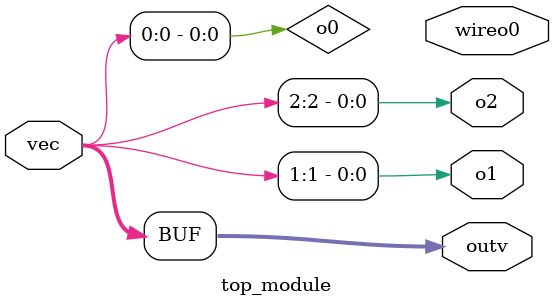
<source format=v>
module top_module(
  input wire [2:0] vec,
  output wire [2:0] outv,
  output wireo0,
  output wire o1,
  output wire o2);
  
  assign outv = vec;
  assign o0 = vec[0];
  assign o1 = vec[1];
  assign o2 = vec[2];
  
  endmodule

</source>
